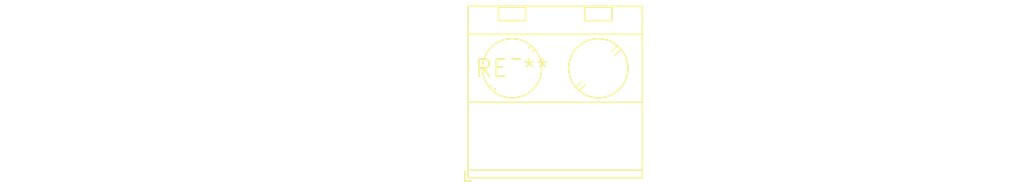
<source format=kicad_pcb>
(kicad_pcb (version 20240108) (generator pcbnew)
  (layers (0 "F.Cu" signal) (31 "B.Cu" signal) (34 "B.Paste" user) (35 "F.Paste" user) (36 "B.SilkS" user "B.Silkscreen") (37 "F.SilkS" user "F.Silkscreen") (38 "B.Mask" user) (39 "F.Mask" user) (44 "Edge.Cuts" user))
  (net 0 "")
  (footprint "TerminalBlock_MetzConnect_Type701_RT11L02HGLU_1x02_P6.35mm_Horizontal" (layer "F.Cu") (at 0 0)
    (property "Reference" "REF**")
    (property "Value" "TerminalBlock_MetzConnect_Type701_RT11L02HGLU_1x02_P6.35mm_Horizontal")
    (fp_line (start -3.475 7.56) (end -3.475 8.3) (layer "F.SilkS") (stroke (width 0.12)))
    (fp_line (start -3.475 8.3) (end -2.975 8.3) (layer "F.SilkS") (stroke (width 0.12)))
    (fp_line (start -3.235 -4.56) (end -3.235 8.06) (layer "F.SilkS") (stroke (width 0.12)))
    (fp_line (start -3.235 -4.56) (end 9.585 -4.56) (layer "F.SilkS") (stroke (width 0.12)))
    (fp_line (start -3.235 -2.5) (end 9.585 -2.5) (layer "F.SilkS") (stroke (width 0.12)))
    (fp_line (start -3.235 2.5) (end 9.585 2.5) (layer "F.SilkS") (stroke (width 0.12)))
    (fp_line (start -3.235 7.5) (end 9.585 7.5) (layer "F.SilkS") (stroke (width 0.12)))
    (fp_line (start -3.235 8.06) (end 9.585 8.06) (layer "F.SilkS") (stroke (width 0.12)))
    (fp_line (start -1.502 1.235) (end -1.654 1.388) (layer "F.SilkS") (stroke (width 0.12)))
    (fp_line (start -1.236 1.502) (end -1.388 1.654) (layer "F.SilkS") (stroke (width 0.12)))
    (fp_line (start -1 -4.5) (end -1 -3.5) (layer "F.SilkS") (stroke (width 0.12)))
    (fp_line (start -1 -4.5) (end 1 -4.5) (layer "F.SilkS") (stroke (width 0.12)))
    (fp_line (start -1 -3.5) (end 1 -3.5) (layer "F.SilkS") (stroke (width 0.12)))
    (fp_line (start 1 -4.5) (end 1 -3.5) (layer "F.SilkS") (stroke (width 0.12)))
    (fp_line (start 1.388 -1.654) (end 1.236 -1.502) (layer "F.SilkS") (stroke (width 0.12)))
    (fp_line (start 1.654 -1.388) (end 1.502 -1.236) (layer "F.SilkS") (stroke (width 0.12)))
    (fp_line (start 5.123 0.962) (end 4.697 1.388) (layer "F.SilkS") (stroke (width 0.12)))
    (fp_line (start 5.35 -4.5) (end 5.35 -3.5) (layer "F.SilkS") (stroke (width 0.12)))
    (fp_line (start 5.35 -4.5) (end 7.35 -4.5) (layer "F.SilkS") (stroke (width 0.12)))
    (fp_line (start 5.35 -3.5) (end 7.35 -3.5) (layer "F.SilkS") (stroke (width 0.12)))
    (fp_line (start 5.389 1.228) (end 4.963 1.654) (layer "F.SilkS") (stroke (width 0.12)))
    (fp_line (start 7.35 -4.5) (end 7.35 -3.5) (layer "F.SilkS") (stroke (width 0.12)))
    (fp_line (start 7.738 -1.654) (end 7.312 -1.228) (layer "F.SilkS") (stroke (width 0.12)))
    (fp_line (start 8.004 -1.388) (end 7.563 -0.947) (layer "F.SilkS") (stroke (width 0.12)))
    (fp_line (start 9.585 -4.56) (end 9.585 8.06) (layer "F.SilkS") (stroke (width 0.12)))
    (fp_circle (center 0 0) (end 2.18 0) (layer "F.SilkS") (stroke (width 0.12)) (fill none))
    (fp_circle (center 6.35 0) (end 8.53 0) (layer "F.SilkS") (stroke (width 0.12)) (fill none))
    (pad "1" thru_hole rect (at 0 0) (size 2.5 2.5) (drill 1.3) (layers *.Cu *.Mask) (remove_unused_layers))
    (pad "2" thru_hole circle (at 6.35 0) (size 2.5 2.5) (drill 1.3) (layers *.Cu *.Mask) (remove_unused_layers))
  )
)
</source>
